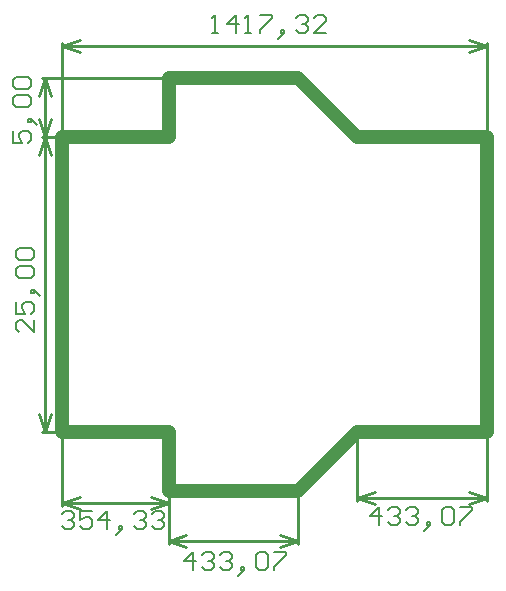
<source format=gbr>
G04 Layer_Color=16711935*
%FSLAX42Y42*%
%MOMM*%
%TF.FileFunction,Other,Mechanical_1*%
%TF.Part,Single*%
G01*
G75*
%TA.AperFunction,NonConductor*%
%ADD38C,0.25*%
%ADD65C,1.20*%
%ADD66C,0.15*%
D38*
X3600Y3025D02*
Y3794D01*
X0Y3025D02*
Y3794D01*
X1800Y3769D02*
X3600D01*
X0D02*
X1800D01*
X3448Y3820D02*
X3600Y3769D01*
X3448Y3718D02*
X3600Y3769D01*
X0D02*
X152Y3718D01*
X0Y3769D02*
X152Y3820D01*
X-169Y3000D02*
X0D01*
X-169Y500D02*
X0D01*
X-143Y1750D02*
Y3000D01*
Y500D02*
Y1750D01*
X-194Y2848D02*
X-143Y3000D01*
X-93Y2848D01*
X-143Y500D02*
X-93Y652D01*
X-194D02*
X-143Y500D01*
X-169Y3500D02*
X900D01*
X-169Y3000D02*
X900D01*
X-143Y3250D02*
Y3500D01*
Y3000D02*
Y3250D01*
X-194Y3348D02*
X-143Y3500D01*
X-93Y3348D01*
X-143Y3000D02*
X-93Y3152D01*
X-194D02*
X-143Y3000D01*
X3600Y-79D02*
Y475D01*
X2500Y-79D02*
Y475D01*
X3050Y-54D02*
X3600D01*
X2500D02*
X3050D01*
X3448Y-3D02*
X3600Y-54D01*
X3448Y-105D02*
X3600Y-54D01*
X2500D02*
X2652Y-105D01*
X2500Y-54D02*
X2652Y-3D01*
X2000Y-445D02*
Y-25D01*
X900Y-445D02*
Y-25D01*
X1450Y-420D02*
X2000D01*
X900D02*
X1450D01*
X1848Y-369D02*
X2000Y-420D01*
X1848Y-471D02*
X2000Y-420D01*
X900D02*
X1052Y-471D01*
X900Y-420D02*
X1052Y-369D01*
X900Y-123D02*
Y475D01*
X0Y-123D02*
Y475D01*
X450Y-98D02*
X900D01*
X0D02*
X450D01*
X748Y-47D02*
X900Y-98D01*
X748Y-149D02*
X900Y-98D01*
X0D02*
X152Y-149D01*
X0Y-98D02*
X152Y-47D01*
D65*
X900Y0D02*
X2000D01*
X2500Y500D01*
X3600D01*
Y3000D01*
X2500D02*
X3600D01*
X2000Y3500D02*
X2500Y3000D01*
X900Y3500D02*
X2000D01*
X900Y3000D02*
Y3500D01*
X0Y3000D02*
X900D01*
X0Y500D02*
Y3000D01*
Y500D02*
X900D01*
Y0D02*
Y500D01*
D66*
X1269Y3880D02*
X1320D01*
X1294D01*
Y4032D01*
X1269Y4007D01*
X1472Y3880D02*
Y4032D01*
X1396Y3956D01*
X1498D01*
X1548Y3880D02*
X1599D01*
X1574D01*
Y4032D01*
X1548Y4007D01*
X1675Y4032D02*
X1777D01*
Y4007D01*
X1675Y3905D01*
Y3880D01*
X1853Y3855D02*
X1878Y3880D01*
Y3905D01*
X1853D01*
Y3880D01*
X1878D01*
X1853Y3855D01*
X1828Y3829D01*
X1980Y4007D02*
X2005Y4032D01*
X2056D01*
X2082Y4007D01*
Y3982D01*
X2056Y3956D01*
X2031D01*
X2056D01*
X2082Y3931D01*
Y3905D01*
X2056Y3880D01*
X2005D01*
X1980Y3905D01*
X2234Y3880D02*
X2132D01*
X2234Y3982D01*
Y4007D01*
X2208Y4032D01*
X2158D01*
X2132Y4007D01*
X-239Y1453D02*
Y1351D01*
X-341Y1453D01*
X-366D01*
X-391Y1427D01*
Y1376D01*
X-366Y1351D01*
X-391Y1605D02*
Y1503D01*
X-315D01*
X-341Y1554D01*
Y1580D01*
X-315Y1605D01*
X-264D01*
X-239Y1580D01*
Y1529D01*
X-264Y1503D01*
X-214Y1681D02*
X-239Y1706D01*
X-264D01*
Y1681D01*
X-239D01*
Y1706D01*
X-214Y1681D01*
X-188Y1656D01*
X-366Y1808D02*
X-391Y1833D01*
Y1884D01*
X-366Y1910D01*
X-264D01*
X-239Y1884D01*
Y1833D01*
X-264Y1808D01*
X-366D01*
Y1960D02*
X-391Y1986D01*
Y2037D01*
X-366Y2062D01*
X-264D01*
X-239Y2037D01*
Y1986D01*
X-264Y1960D01*
X-366D01*
X-417Y3055D02*
Y2953D01*
X-341D01*
X-367Y3004D01*
Y3029D01*
X-341Y3055D01*
X-290D01*
X-265Y3029D01*
Y2978D01*
X-290Y2953D01*
X-240Y3131D02*
X-265Y3156D01*
X-290D01*
Y3131D01*
X-265D01*
Y3156D01*
X-240Y3131D01*
X-214Y3105D01*
X-392Y3258D02*
X-417Y3283D01*
Y3334D01*
X-392Y3359D01*
X-290D01*
X-265Y3334D01*
Y3283D01*
X-290Y3258D01*
X-392D01*
Y3410D02*
X-417Y3435D01*
Y3486D01*
X-392Y3512D01*
X-290D01*
X-265Y3486D01*
Y3435D01*
X-290Y3410D01*
X-392D01*
X2682Y-285D02*
Y-133D01*
X2606Y-209D01*
X2708D01*
X2758Y-158D02*
X2784Y-133D01*
X2835D01*
X2860Y-158D01*
Y-183D01*
X2835Y-209D01*
X2809D01*
X2835D01*
X2860Y-234D01*
Y-260D01*
X2835Y-285D01*
X2784D01*
X2758Y-260D01*
X2911Y-158D02*
X2936Y-133D01*
X2987D01*
X3012Y-158D01*
Y-183D01*
X2987Y-209D01*
X2961D01*
X2987D01*
X3012Y-234D01*
Y-260D01*
X2987Y-285D01*
X2936D01*
X2911Y-260D01*
X3088Y-310D02*
X3114Y-285D01*
Y-260D01*
X3088D01*
Y-285D01*
X3114D01*
X3088Y-310D01*
X3063Y-336D01*
X3215Y-158D02*
X3241Y-133D01*
X3292D01*
X3317Y-158D01*
Y-260D01*
X3292Y-285D01*
X3241D01*
X3215Y-260D01*
Y-158D01*
X3368Y-133D02*
X3469D01*
Y-158D01*
X3368Y-260D01*
Y-285D01*
X1104Y-665D02*
Y-513D01*
X1028Y-589D01*
X1130D01*
X1180Y-538D02*
X1206Y-513D01*
X1257D01*
X1282Y-538D01*
Y-563D01*
X1257Y-589D01*
X1231D01*
X1257D01*
X1282Y-614D01*
Y-640D01*
X1257Y-665D01*
X1206D01*
X1180Y-640D01*
X1333Y-538D02*
X1358Y-513D01*
X1409D01*
X1434Y-538D01*
Y-563D01*
X1409Y-589D01*
X1383D01*
X1409D01*
X1434Y-614D01*
Y-640D01*
X1409Y-665D01*
X1358D01*
X1333Y-640D01*
X1510Y-690D02*
X1536Y-665D01*
Y-640D01*
X1510D01*
Y-665D01*
X1536D01*
X1510Y-690D01*
X1485Y-716D01*
X1637Y-538D02*
X1663Y-513D01*
X1714D01*
X1739Y-538D01*
Y-640D01*
X1714Y-665D01*
X1663D01*
X1637Y-640D01*
Y-538D01*
X1790Y-513D02*
X1891D01*
Y-538D01*
X1790Y-640D01*
Y-665D01*
X0Y-190D02*
X25Y-165D01*
X76D01*
X102Y-190D01*
Y-215D01*
X76Y-241D01*
X51D01*
X76D01*
X102Y-266D01*
Y-292D01*
X76Y-317D01*
X25D01*
X0Y-292D01*
X254Y-165D02*
X152D01*
Y-241D01*
X203Y-215D01*
X229D01*
X254Y-241D01*
Y-292D01*
X229Y-317D01*
X178D01*
X152Y-292D01*
X381Y-317D02*
Y-165D01*
X305Y-241D01*
X406D01*
X482Y-342D02*
X508Y-317D01*
Y-292D01*
X482D01*
Y-317D01*
X508D01*
X482Y-342D01*
X457Y-368D01*
X609Y-190D02*
X635Y-165D01*
X686D01*
X711Y-190D01*
Y-215D01*
X686Y-241D01*
X660D01*
X686D01*
X711Y-266D01*
Y-292D01*
X686Y-317D01*
X635D01*
X609Y-292D01*
X762Y-190D02*
X787Y-165D01*
X838D01*
X863Y-190D01*
Y-215D01*
X838Y-241D01*
X813D01*
X838D01*
X863Y-266D01*
Y-292D01*
X838Y-317D01*
X787D01*
X762Y-292D01*
%TF.MD5,f24bdcc7144bf9c3b0ebb5fc86aaf5b6*%
M02*

</source>
